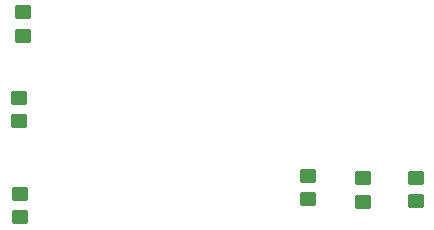
<source format=gbr>
%TF.GenerationSoftware,KiCad,Pcbnew,9.0.4*%
%TF.CreationDate,2025-09-18T17:41:51-06:00*%
%TF.ProjectId,sumo_bueno,73756d6f-5f62-4756-956e-6f2e6b696361,rev?*%
%TF.SameCoordinates,Original*%
%TF.FileFunction,Paste,Bot*%
%TF.FilePolarity,Positive*%
%FSLAX46Y46*%
G04 Gerber Fmt 4.6, Leading zero omitted, Abs format (unit mm)*
G04 Created by KiCad (PCBNEW 9.0.4) date 2025-09-18 17:41:51*
%MOMM*%
%LPD*%
G01*
G04 APERTURE LIST*
G04 Aperture macros list*
%AMRoundRect*
0 Rectangle with rounded corners*
0 $1 Rounding radius*
0 $2 $3 $4 $5 $6 $7 $8 $9 X,Y pos of 4 corners*
0 Add a 4 corners polygon primitive as box body*
4,1,4,$2,$3,$4,$5,$6,$7,$8,$9,$2,$3,0*
0 Add four circle primitives for the rounded corners*
1,1,$1+$1,$2,$3*
1,1,$1+$1,$4,$5*
1,1,$1+$1,$6,$7*
1,1,$1+$1,$8,$9*
0 Add four rect primitives between the rounded corners*
20,1,$1+$1,$2,$3,$4,$5,0*
20,1,$1+$1,$4,$5,$6,$7,0*
20,1,$1+$1,$6,$7,$8,$9,0*
20,1,$1+$1,$8,$9,$2,$3,0*%
G04 Aperture macros list end*
%ADD10RoundRect,0.250000X0.450000X-0.350000X0.450000X0.350000X-0.450000X0.350000X-0.450000X-0.350000X0*%
G04 APERTURE END LIST*
D10*
%TO.C,R4*%
X228460000Y-101590000D03*
X228460000Y-99590000D03*
%TD*%
%TO.C,R5*%
X204020000Y-103130000D03*
X204020000Y-101130000D03*
%TD*%
%TO.C,R1*%
X204270000Y-87760000D03*
X204270000Y-85760000D03*
%TD*%
%TO.C,R6*%
X237570000Y-101760000D03*
X237570000Y-99760000D03*
%TD*%
%TO.C,R3*%
X203920000Y-94980000D03*
X203920000Y-92980000D03*
%TD*%
%TO.C,R2*%
X233070000Y-101810000D03*
X233070000Y-99810000D03*
%TD*%
M02*

</source>
